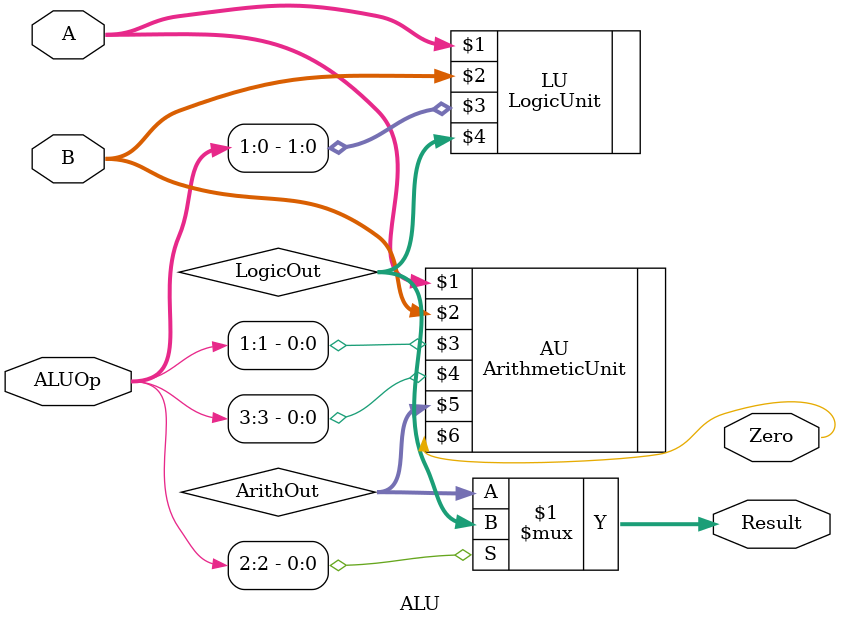
<source format=v>
`timescale 1ns / 1ps
module ALU(input [31:0] A, B,
			  input [3:0] ALUOp,
			  output [31:0] Result,
			  output Zero
    );
	 wire [31:0] ArithOut, LogicOut;
	 
	 ArithmeticUnit AU(A, B, ALUOp[1], ALUOp[3], ArithOut, Zero);
	 LogicUnit LU(A, B, ALUOp[1:0], LogicOut);
		
	 assign Result = ALUOp[2] ? LogicOut : ArithOut;
	 
endmodule

</source>
